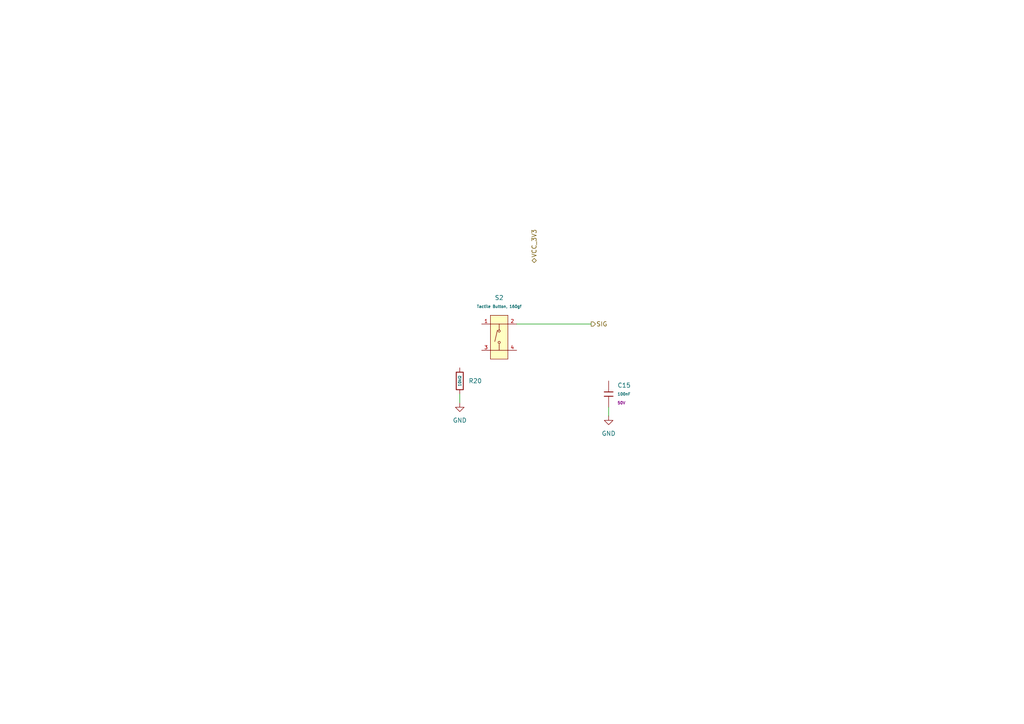
<source format=kicad_sch>
(kicad_sch (version 20250114) (generator "eeschema") (generator_version "9.0")
  (paper "A4")
  (lib_symbols
    (symbol "PCM_JLCPCB-Capacitors:0603,100nF" (pin_numbers (hide yes)) (pin_names (offset 0))
      (property "Reference" "C" (at 2.032 1.668 0))
      (property "Value" "100nF" (at 2.032 -0.3782 0))
      (property "Voltage Rated" "50V" (at 2.032 -2.0462 0))
      (symbol "0603,100nF_0_1"
        (polyline (pts (xy -1.27 0.635) (xy 1.27 0.635)) (stroke (width 0.254)))
        (polyline (pts (xy -1.27 -0.635) (xy 1.27 -0.635)) (stroke (width 0.254)))
      )
      (symbol "0603,100nF_1_1"
        (pin passive line (at 0 3.81 270) (length 3.175) (name "~") (number "1"))
        (pin passive line (at 0 -3.81 90) (length 3.175) (name "~") (number "2"))
      )
    )
    (symbol "PCM_JLCPCB-Connectors_Buttons:Tactile Button, 160gf" (pin_names (hide yes))
      (property "Reference" "S" (at 0 1.27 0))
      (property "Value" "Tactile Button, 160gf" (at 0 -8.89 0))
      (symbol "Tactile Button, 160gf_0_1"
        (polyline (pts (xy -2.54 2.54) (xy 2.54 2.54)))
        (polyline (pts (xy -2.54 -5.08) (xy 2.54 -5.08)))
        (polyline (pts (xy -0.508 0.762) (xy -1.27 -2.54)))
        (polyline (pts (xy 0 0.762) (xy 0 2.54)))
        (circle (center 0 0.508) (radius 0.3175) (fill (type background)))
        (circle (center 0 -2.794) (radius 0.3175) (fill (type background)))
        (polyline (pts (xy 0 -3.302) (xy 0 -5.08)))
        (pin unspecified line (at -5.08 2.54 0) (length 2.54) (name "A") (number "1"))
        (pin unspecified line (at -5.08 -5.08 0) (length 2.54) (name "C") (number "3"))
        (pin unspecified line (at 5.08 2.54 180) (length 2.54) (name "B") (number "2"))
        (pin unspecified line (at 5.08 -5.08 180) (length 2.54) (name "D") (number "4"))
      )
      (symbol "Tactile Button, 160gf_1_1"
        (rectangle (start -2.54 5.08) (end 2.54 -7.62) (fill (type background)))
      )
    )
    (symbol "PCM_JLCPCB-Resistors:0402,10kΩ" (pin_numbers (hide yes)) (pin_names (offset 0))
      (property "Reference" "R" (at 1.778 0 0))
      (property "Value" "10kΩ" (at 0 0 90))
      (symbol "0402,10kΩ_0_1"
        (rectangle (start -1.016 2.54) (end 1.016 -2.54) (stroke (width 0.254)))
      )
      (symbol "0402,10kΩ_1_1"
        (pin passive line (at 0 3.81 270) (length 1.27) (name "~") (number "1"))
        (pin passive line (at 0 -3.81 90) (length 1.27) (name "~") (number "2"))
      )
    )
    (symbol "power:GND" (power) (pin_numbers (hide yes)) (pin_names (offset 0) (hide yes))
      (property "Value" "GND" (at 0 -3.81 0))
      (symbol "GND_0_1"
        (polyline (pts (xy 0 0) (xy 0 -1.27) (xy 1.27 -1.27) (xy 0 -2.54) (xy -1.27 -1.27) (xy 0 -1.27)))
      )
      (symbol "GND_1_1"
        (pin power_in line (at 0 0 270) (length 0) (name "~") (number "1"))
      )
    )
  )
  (wire (pts (xy 133.35 114.3) (xy 133.35 116.84)))
  (wire (pts (xy 176.53 118.11) (xy 176.53 120.65)))
  (wire (pts (xy 149.86 93.98) (xy 171.45 93.98)))
  (hierarchical_label "VCC_3V3" (shape bidirectional) (at 154.94 76.2 90))
  (hierarchical_label "SIG" (shape output) (at 171.45 93.98 0))
  (symbol (lib_id "power:GND") (at 133.35 116.84 0) (unit 1)
    (property "Reference" "#PWR035" (effects (hide yes)))
    (property "Value" "GND" (at 133.35 121.92 0))
    (property "Description" "Power symbol creates a global label with name \"GND\" , ground" (effects (hide yes)))
  )
  (symbol (lib_id "PCM_JLCPCB-Resistors:0402,10kΩ") (at 133.35 110.49 0) (unit 1)
    (property "Reference" "R20" (at 135.89 110.4899 0) (effects (justify left)))
    (property "Value" "10kΩ" (at 133.35 110.49 90) (effects (font (size 0.8 0.8))))
    (property "Footprint" "PCM_JLCPCB:R_0402" (effects (hide yes)))
    (property "Datasheet" "https://www.lcsc.com/datasheet/lcsc_datasheet_2411221126_UNI-ROYAL-Uniroyal-Elec-0402WGF1002TCE_C25744.pdf" (effects (hide yes)))
    (property "Description" "62.5mW Thick Film Resistors 50V ±100ppm/°C ±1% 10kΩ 0402 Chip Resistor - Surface Mount ROHS" (effects (hide yes)))
    (property "LCSC" "C25744" (effects (hide yes)))
    (property "Stock" "21690569" (effects (hide yes)))
    (property "Price" "0.004USD" (effects (hide yes)))
    (property "Process" "SMT" (effects (hide yes)))
    (property "Minimum Qty" "5" (effects (hide yes)))
    (property "Attrition Qty" "10" (effects (hide yes)))
    (property "Class" "Basic Component" (effects (hide yes)))
    (property "Category" "Resistors,Chip Resistor - Surface Mount" (effects (hide yes)))
    (property "Manufacturer" "UNI-ROYAL(Uniroyal Elec)" (effects (hide yes)))
    (property "Part" "0402WGF1002TCE" (effects (hide yes)))
    (property "Resistance" "10kΩ" (effects (hide yes)))
    (property "Power(Watts)" "62.5mW" (effects (hide yes)))
    (property "Type" "Thick Film Resistors" (effects (hide yes)))
    (property "Overload Voltage (Max)" "50V" (effects (hide yes)))
    (property "Operating Temperature Range" "-55°C~+155°C" (effects (hide yes)))
    (property "Tolerance" "±1%" (effects (hide yes)))
    (property "Temperature Coefficient" "±100ppm/°C" (effects (hide yes)))
  )
  (symbol (lib_id "PCM_JLCPCB-Capacitors:0603,100nF") (at 176.53 114.3 0) (unit 1)
    (property "Reference" "C15" (at 179.07 111.7599 0) (effects (justify left)))
    (property "Value" "100nF" (at 179.07 114.3 0) (effects (font (size 0.8 0.8)) (justify left)))
    (property "Footprint" "PCM_JLCPCB:C_0603" (effects (hide yes)))
    (property "Datasheet" "https://www.lcsc.com/datasheet/lcsc_datasheet_2211101700_YAGEO-CC0603KRX7R9BB104_C14663.pdf" (effects (hide yes)))
    (property "Description" "50V 100nF X7R ±10% 0603 Multilayer Ceramic Capacitors MLCC - SMD/SMT ROHS" (effects (hide yes)))
    (property "LCSC" "C14663" (effects (hide yes)))
    (property "Stock" "38633432" (effects (hide yes)))
    (property "Price" "0.006USD" (effects (hide yes)))
    (property "Process" "SMT" (effects (hide yes)))
    (property "Minimum Qty" "20" (effects (hide yes)))
    (property "Attrition Qty" "10" (effects (hide yes)))
    (property "Class" "Basic Component" (effects (hide yes)))
    (property "Category" "Capacitors,Multilayer Ceramic Capacitors MLCC - SMD/SMT" (effects (hide yes)))
    (property "Manufacturer" "YAGEO" (effects (hide yes)))
    (property "Part" "CC0603KRX7R9BB104" (effects (hide yes)))
    (property "Voltage Rated" "50V" (at 179.07 116.84 0) (effects (font (size 0.8 0.8)) (justify left)))
    (property "Tolerance" "±10%" (effects (hide yes)))
    (property "Capacitance" "100nF" (effects (hide yes)))
    (property "Temperature Coefficient" "X7R" (effects (hide yes)))
  )
  (symbol (lib_id "power:GND") (at 176.53 120.65 0) (unit 1)
    (property "Reference" "#PWR036" (effects (hide yes)))
    (property "Value" "GND" (at 176.53 125.73 0))
    (property "Description" "Power symbol creates a global label with name \"GND\" , ground" (effects (hide yes)))
  )
  (symbol (lib_id "PCM_JLCPCB-Connectors_Buttons:Tactile Button, 160gf") (at 144.78 96.52 0) (unit 1)
    (property "Reference" "S2" (at 144.78 86.36 0))
    (property "Value" "Tactile Button, 160gf" (at 144.78 88.9 0) (effects (font (size 0.8 0.8))))
    (property "Footprint" "PCM_JLCPCB:SW-SMD_4P-L5.1-W5.1-P3.70-LS6.5-TL-2" (effects (hide yes)))
    (property "Datasheet" "https://www.lcsc.com/datasheet/lcsc_datasheet_2304140030_XKB-Connection-TS-1187A-B-A-B_C318884.pdf" (effects (hide yes)))
    (property "Description" "None Without 50mA 5.1mm 100000 Times 160gf 12V 5.1mm 1.5mm Round Button Standing paste SPST SMD Tactile Switches ROHS" (effects (hide yes)))
    (property "LCSC" "C318884" (effects (hide yes)))
    (property "Stock" "515903" (effects (hide yes)))
    (property "Price" "0.025USD" (effects (hide yes)))
    (property "Process" "SMT" (effects (hide yes)))
    (property "Minimum Qty" "10" (effects (hide yes)))
    (property "Attrition Qty" "5" (effects (hide yes)))
    (property "Class" "Basic Component" (effects (hide yes)))
    (property "Category" "Switches,Tactile Switches" (effects (hide yes)))
    (property "Manufacturer" "XKB Connectivity" (effects (hide yes)))
    (property "Part" "TS-1187A-B-A-B" (effects (hide yes)))
    (property "Switch Length" "5.1mm" (effects (hide yes)))
    (property "Voltage Rating (Dc)" "12V" (effects (hide yes)))
    (property "With Lamp" "No" (effects (hide yes)))
    (property "Operating Force" "160gf" (effects (hide yes)))
    (property "Actuator/Cap Color" "Golden" (effects (hide yes)))
    (property "Mechanical Life" "100000 Times" (effects (hide yes)))
    (property "Strike Gundam" "NO" (effects (hide yes)))
    (property "Circuit" "SPST" (effects (hide yes)))
    (property "Switch Height" "1.5mm" (effects (hide yes)))
    (property "Actuator Style" "Round Button" (effects (hide yes)))
    (property "Switch Width" "5.1mm" (effects (hide yes)))
    (property "Contact Current" "50mA" (effects (hide yes)))
    (property "Operating Temperature" "-30°C~+85°C" (effects (hide yes)))
    (property "Mounting Style" "Brick nogging" (effects (hide yes)))
  )
)
</source>
